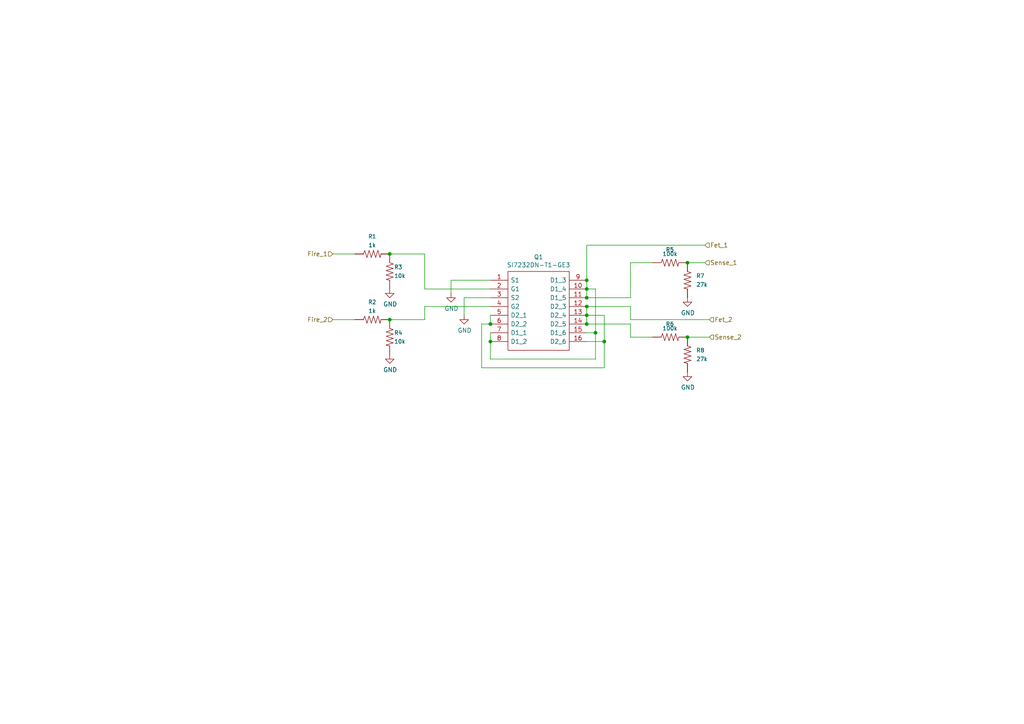
<source format=kicad_sch>
(kicad_sch (version 20211123) (generator eeschema)
  (paper "A4")
  (lib_symbols
    (symbol "Charges_KiCAD_Project-rescue:RESISTOR0402-SparkFun-Resistors" (pin_numbers hide) (pin_names (offset 1.016) hide)
      (property "Reference" "R" (at -5.08 1.27 0))
      (property "Value" "RESISTOR0402-SparkFun-Resistors" (at -5.08 -3.81 0))
      (property "Field4" " " (at 0 5.08 0))
      (symbol "RESISTOR0402-SparkFun-Resistors_1_0"
        (polyline (pts (xy -2.54 0) (xy -2.159 1.016)))
        (polyline (pts (xy -2.159 1.016) (xy -1.524 -1.016)))
        (polyline (pts (xy -1.524 -1.016) (xy -0.889 1.016)))
        (polyline (pts (xy -0.889 1.016) (xy -0.254 -1.016)))
        (polyline (pts (xy -0.254 -1.016) (xy 0.381 1.016)))
        (polyline (pts (xy 0.381 1.016) (xy 1.016 -1.016)))
        (polyline (pts (xy 1.016 -1.016) (xy 1.651 1.016)))
        (polyline (pts (xy 1.651 1.016) (xy 2.286 -1.016)))
        (polyline (pts (xy 2.286 -1.016) (xy 2.54 0)))
      )
      (symbol "RESISTOR0402-SparkFun-Resistors_1_1"
        (pin passive line (at -5.08 0 0) (length 2.54) (name "1") (number "1"))
        (pin passive line (at 5.08 0 180) (length 2.54) (name "2") (number "2"))
      )
    )
    (symbol "Charges_KiCAD_Project-rescue:SI7232DN-T1-GE3-SamacSys_Parts" (pin_names (offset 0.762))
      (property "Reference" "Q" (at 24.13 7.62 0))
      (property "Value" "SI7232DN-T1-GE3-SamacSys_Parts" (at 24.13 5.08 0))
      (symbol "SI7232DN-T1-GE3-SamacSys_Parts_0_0"
        (pin passive line (at 0 0 0) (length 5.08) (name "S1") (number "1"))
        (pin passive line (at 27.94 -2.54 180) (length 5.08) (name "D1_4") (number "10"))
        (pin passive line (at 27.94 -5.08 180) (length 5.08) (name "D1_5") (number "11"))
        (pin passive line (at 27.94 -7.62 180) (length 5.08) (name "D2_3") (number "12"))
        (pin passive line (at 27.94 -10.16 180) (length 5.08) (name "D2_4") (number "13"))
        (pin passive line (at 27.94 -12.7 180) (length 5.08) (name "D2_5") (number "14"))
        (pin passive line (at 27.94 -15.24 180) (length 5.08) (name "D1_6") (number "15"))
        (pin passive line (at 27.94 -17.78 180) (length 5.08) (name "D2_6") (number "16"))
        (pin passive line (at 0 -2.54 0) (length 5.08) (name "G1") (number "2"))
        (pin passive line (at 0 -5.08 0) (length 5.08) (name "S2") (number "3"))
        (pin passive line (at 0 -7.62 0) (length 5.08) (name "G2") (number "4"))
        (pin passive line (at 0 -10.16 0) (length 5.08) (name "D2_1") (number "5"))
        (pin passive line (at 0 -12.7 0) (length 5.08) (name "D2_2") (number "6"))
        (pin passive line (at 0 -15.24 0) (length 5.08) (name "D1_1") (number "7"))
        (pin passive line (at 0 -17.78 0) (length 5.08) (name "D1_2") (number "8"))
        (pin passive line (at 27.94 0 180) (length 5.08) (name "D1_3") (number "9"))
      )
      (symbol "SI7232DN-T1-GE3-SamacSys_Parts_0_1"
        (polyline (pts (xy 5.08 2.54) (xy 22.86 2.54) (xy 22.86 -20.32) (xy 5.08 -20.32) (xy 5.08 2.54)) (stroke (width 0.1524)))
      )
    )
    (symbol "power:GND" (power) (pin_names (offset 0))
      (property "Value" "GND" (at 0 -3.81 0))
      (symbol "GND_0_1"
        (polyline (pts (xy 0 0) (xy 0 -1.27) (xy 1.27 -1.27) (xy 0 -2.54) (xy -1.27 -1.27) (xy 0 -1.27)))
      )
      (symbol "GND_1_1"
        (pin power_in line (at 0 0 270) (length 0) hide (name "GND") (number "1"))
      )
    )
  )
  (junction (at 170.18 83.82))
  (junction (at 170.18 88.9))
  (junction (at 170.18 91.44))
  (junction (at 199.39 76.2))
  (junction (at 199.39 97.79))
  (junction (at 113.03 73.66))
  (junction (at 170.18 86.36))
  (junction (at 175.26 99.06))
  (junction (at 142.24 99.06))
  (junction (at 170.18 93.98))
  (junction (at 172.72 96.52))
  (junction (at 170.18 81.28))
  (junction (at 113.03 92.71))
  (junction (at 142.24 93.98))
  (wire (pts (xy 172.72 104.14) (xy 172.72 96.52)))
  (wire (pts (xy 102.87 73.66) (xy 96.52 73.66)))
  (wire (pts (xy 172.72 96.52) (xy 172.72 83.82)))
  (wire (pts (xy 139.7 106.68) (xy 175.26 106.68)))
  (wire (pts (xy 170.18 83.82) (xy 170.18 86.36)))
  (wire (pts (xy 170.18 86.36) (xy 182.88 86.36)))
  (wire (pts (xy 123.19 83.82) (xy 142.24 83.82)))
  (wire (pts (xy 199.39 97.79) (xy 205.74 97.79)))
  (wire (pts (xy 175.26 106.68) (xy 175.26 99.06)))
  (wire (pts (xy 170.18 81.28) (xy 170.18 83.82)))
  (wire (pts (xy 170.18 81.28) (xy 170.18 71.12)))
  (wire (pts (xy 170.18 93.98) (xy 182.88 93.98)))
  (wire (pts (xy 142.24 86.36) (xy 134.62 86.36)))
  (wire (pts (xy 142.24 99.06) (xy 142.24 104.14)))
  (wire (pts (xy 182.88 93.98) (xy 182.88 97.79)))
  (wire (pts (xy 123.19 92.71) (xy 123.19 88.9)))
  (wire (pts (xy 182.88 86.36) (xy 182.88 76.2)))
  (wire (pts (xy 123.19 73.66) (xy 123.19 83.82)))
  (wire (pts (xy 134.62 86.36) (xy 134.62 91.44)))
  (wire (pts (xy 142.24 104.14) (xy 172.72 104.14)))
  (wire (pts (xy 175.26 91.44) (xy 170.18 91.44)))
  (wire (pts (xy 182.88 92.71) (xy 205.74 92.71)))
  (wire (pts (xy 182.88 76.2) (xy 189.23 76.2)))
  (wire (pts (xy 113.03 73.66) (xy 123.19 73.66)))
  (wire (pts (xy 172.72 83.82) (xy 170.18 83.82)))
  (wire (pts (xy 170.18 88.9) (xy 170.18 91.44)))
  (wire (pts (xy 170.18 96.52) (xy 172.72 96.52)))
  (wire (pts (xy 113.03 92.71) (xy 123.19 92.71)))
  (wire (pts (xy 102.87 92.71) (xy 96.52 92.71)))
  (wire (pts (xy 170.18 99.06) (xy 175.26 99.06)))
  (wire (pts (xy 182.88 88.9) (xy 182.88 92.71)))
  (wire (pts (xy 139.7 93.98) (xy 139.7 106.68)))
  (wire (pts (xy 182.88 97.79) (xy 189.23 97.79)))
  (wire (pts (xy 170.18 71.12) (xy 204.47 71.12)))
  (wire (pts (xy 142.24 81.28) (xy 130.81 81.28)))
  (wire (pts (xy 175.26 99.06) (xy 175.26 91.44)))
  (wire (pts (xy 199.39 76.2) (xy 204.47 76.2)))
  (wire (pts (xy 123.19 88.9) (xy 142.24 88.9)))
  (wire (pts (xy 142.24 93.98) (xy 139.7 93.98)))
  (wire (pts (xy 130.81 81.28) (xy 130.81 85.09)))
  (wire (pts (xy 142.24 96.52) (xy 142.24 99.06)))
  (wire (pts (xy 170.18 91.44) (xy 170.18 93.98)))
  (wire (pts (xy 142.24 91.44) (xy 142.24 93.98)))
  (wire (pts (xy 170.18 88.9) (xy 182.88 88.9)))
  (hierarchical_label "Fet_1" (shape input) (at 204.47 71.12 0))
  (hierarchical_label "Fire_1" (shape input) (at 96.52 73.66 180))
  (hierarchical_label "Sense_2" (shape input) (at 205.74 97.79 0))
  (hierarchical_label "Fet_2" (shape input) (at 205.74 92.71 0))
  (hierarchical_label "Fire_2" (shape input) (at 96.52 92.71 180))
  (hierarchical_label "Sense_1" (shape input) (at 204.47 76.2 0))
  (symbol (lib_id "power:GND") (at 130.81 85.09 0)
    (property "Reference" "#PWR022" (effects hide))
    (property "Value" "GND" (at 130.937 89.4842 0))
  )
  (symbol (lib_id "power:GND") (at 199.39 107.95 0)
    (property "Reference" "#PWR025" (effects hide))
    (property "Value" "GND" (at 199.517 112.3442 0))
  )
  (symbol (lib_id "Charges_KiCAD_Project-rescue:RESISTOR0402-SparkFun-Resistors") (at 113.03 78.74 270)
    (property "Reference" "R3" (at 114.3 77.47 90) (effects (font (size 1.143 1.143)) (justify left)))
    (property "Value" "10k" (at 114.3 80.01 90) (effects (font (size 1.143 1.143)) (justify left)))
    (property "Footprint" "Resistor_SMD:R_0603_1608Metric_Pad0.98x0.95mm_HandSolder" (effects hide))
    (property "Field4" " " (at 114.7572 80.8736 90) (effects (font (size 1.524 1.524)) (justify left)))
  )
  (symbol (lib_id "Charges_KiCAD_Project-rescue:RESISTOR0402-SparkFun-Resistors") (at 107.95 73.66 0)
    (property "Reference" "R1" (at 107.95 68.58 0) (effects (font (size 1.143 1.143))))
    (property "Value" "1k" (at 107.95 71.12 0) (effects (font (size 1.143 1.143))))
    (property "Footprint" "Resistor_SMD:R_0603_1608Metric_Pad0.98x0.95mm_HandSolder" (effects hide))
    (property "Field4" " " (at 107.95 70.5866 0) (effects (font (size 1.524 1.524))))
  )
  (symbol (lib_id "power:GND") (at 113.03 102.87 0)
    (property "Reference" "#PWR021" (effects hide))
    (property "Value" "GND" (at 113.157 107.2642 0))
  )
  (symbol (lib_id "Charges_KiCAD_Project-rescue:RESISTOR0402-SparkFun-Resistors") (at 113.03 97.79 270)
    (property "Reference" "R4" (at 114.3 96.52 90) (effects (font (size 1.143 1.143)) (justify left)))
    (property "Value" "10k" (at 114.3 99.06 90) (effects (font (size 1.143 1.143)) (justify left)))
    (property "Footprint" "Resistor_SMD:R_0603_1608Metric_Pad0.98x0.95mm_HandSolder" (effects hide))
    (property "Field4" " " (at 114.7572 99.9236 90) (effects (font (size 1.524 1.524)) (justify left)))
  )
  (symbol (lib_id "power:GND") (at 134.62 91.44 0)
    (property "Reference" "#PWR023" (effects hide))
    (property "Value" "GND" (at 134.747 95.8342 0))
  )
  (symbol (lib_id "power:GND") (at 199.39 86.36 0)
    (property "Reference" "#PWR024" (effects hide))
    (property "Value" "GND" (at 199.517 90.7542 0))
  )
  (symbol (lib_id "Charges_KiCAD_Project-rescue:SI7232DN-T1-GE3-SamacSys_Parts") (at 142.24 81.28 0)
    (property "Reference" "Q1" (at 156.21 74.549 0))
    (property "Value" "SI7232DN-T1-GE3" (at 156.21 76.8604 0))
    (property "Footprint" "SamacSys_Parts:SI7232DNT1GE3" (effects hide))
    (property "Datasheet" "https://www.vishay.com/docs/68986/si7232dn.pdf" (effects hide))
    (property "Description" "Dual N-Channel (D-S)MOSFET 20V Vds 8V Vgs PowerPAK 1212-8 " (effects hide))
    (property "Height" "1.12" (effects hide))
    (property "Mouser Part Number" "781-SI7232DN-GE3" (effects hide))
    (property "Mouser Price/Stock" "https://www.mouser.co.uk/ProductDetail/Vishay-Semiconductors/SI7232DN-T1-GE3?qs=%252BPu8jn5UVnH5FJ8Jo4EbFw%3D%3D" (effects hide))
    (property "Manufacturer_Name" "Vishay" (effects hide))
    (property "Manufacturer_Part_Number" "SI7232DN-T1-GE3" (effects hide))
  )
  (symbol (lib_id "Charges_KiCAD_Project-rescue:RESISTOR0402-SparkFun-Resistors") (at 199.39 102.87 270)
    (property "Reference" "R8" (at 201.93 101.6 90) (effects (font (size 1.143 1.143)) (justify left)))
    (property "Value" "27k" (at 201.93 104.14 90) (effects (font (size 1.143 1.143)) (justify left)))
    (property "Footprint" "Resistor_SMD:R_0603_1608Metric_Pad0.98x0.95mm_HandSolder" (effects hide))
    (property "Field4" " " (at 201.1172 105.0036 90) (effects (font (size 1.524 1.524)) (justify left)))
  )
  (symbol (lib_id "power:GND") (at 113.03 83.82 0)
    (property "Reference" "#PWR020" (effects hide))
    (property "Value" "GND" (at 113.157 88.2142 0))
  )
  (symbol (lib_id "Charges_KiCAD_Project-rescue:RESISTOR0402-SparkFun-Resistors") (at 107.95 92.71 0)
    (property "Reference" "R2" (at 107.95 87.63 0) (effects (font (size 1.143 1.143))))
    (property "Value" "1k" (at 107.95 90.17 0) (effects (font (size 1.143 1.143))))
    (property "Footprint" "Resistor_SMD:R_0603_1608Metric_Pad0.98x0.95mm_HandSolder" (effects hide))
    (property "Field4" " " (at 107.95 89.6366 0) (effects (font (size 1.524 1.524))))
  )
  (symbol (lib_id "Charges_KiCAD_Project-rescue:RESISTOR0402-SparkFun-Resistors") (at 194.31 76.2 0)
    (property "Reference" "R5" (at 194.31 72.39 0) (effects (font (size 1.143 1.143))))
    (property "Value" "100k" (at 194.31 73.66 0) (effects (font (size 1.143 1.143))))
    (property "Footprint" "Resistor_SMD:R_0603_1608Metric_Pad0.98x0.95mm_HandSolder" (effects hide))
    (property "Field4" " " (at 194.31 73.1266 0) (effects (font (size 1.524 1.524))))
  )
  (symbol (lib_id "Charges_KiCAD_Project-rescue:RESISTOR0402-SparkFun-Resistors") (at 199.39 81.28 270)
    (property "Reference" "R7" (at 201.93 80.01 90) (effects (font (size 1.143 1.143)) (justify left)))
    (property "Value" "27k" (at 201.93 82.55 90) (effects (font (size 1.143 1.143)) (justify left)))
    (property "Footprint" "Resistor_SMD:R_0603_1608Metric_Pad0.98x0.95mm_HandSolder" (effects hide))
    (property "Field4" " " (at 201.1172 83.4136 90) (effects (font (size 1.524 1.524)) (justify left)))
  )
  (symbol (lib_id "Charges_KiCAD_Project-rescue:RESISTOR0402-SparkFun-Resistors") (at 194.31 97.79 0)
    (property "Reference" "R6" (at 194.31 93.98 0) (effects (font (size 1.143 1.143))))
    (property "Value" "100k" (at 194.31 95.25 0) (effects (font (size 1.143 1.143))))
    (property "Footprint" "Resistor_SMD:R_0603_1608Metric_Pad0.98x0.95mm_HandSolder" (effects hide))
    (property "Field4" " " (at 194.31 94.7166 0) (effects (font (size 1.524 1.524))))
  )
)
</source>
